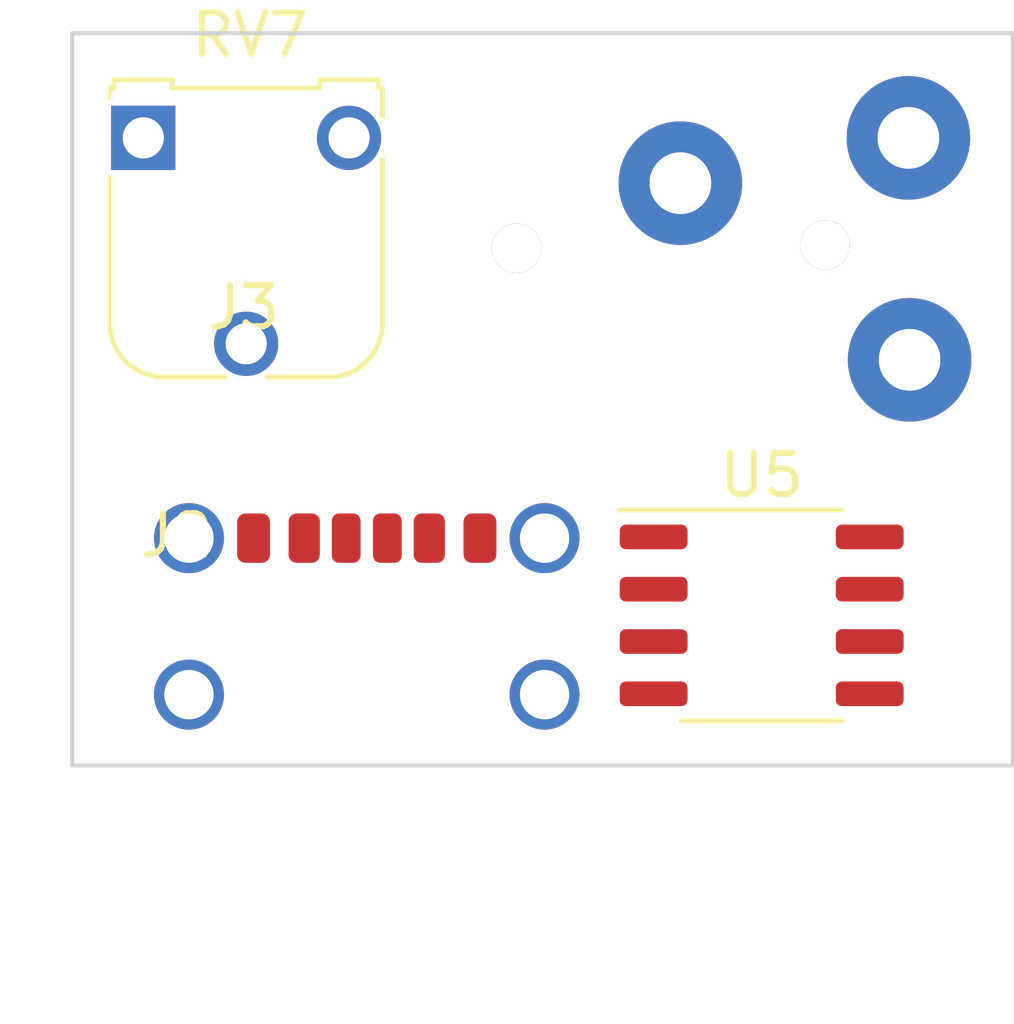
<source format=kicad_pcb>
(kicad_pcb (version 20211014) (generator pcbnew)
  (layers (0 "F.Cu" mixed) (31 "B.Cu" power) (34 "B.Paste" user) (35 "F.Paste" user) (36 "B.SilkS" user "B.Silkscreen") (37 "F.SilkS" user "F.Silkscreen") (38 "B.Mask" user) (39 "F.Mask" user) (44 "Edge.Cuts" user))
  (net 0 "")
  (net 1 "GND")
  (net 2 "+5V")
  (net 5 "Net-(RV7-Pad1)")
  (net 6 "audio_lefT")
  (net 7 "audio_in_L")
  (footprint "Potentiometer_THT:Potentiometer_Runtron_RM-065_Vertical" (layer "F.Cu") (at 197.31 60.96)
    (fp_text reference "RV7" (at 2.6 -2.5) (layer "F.SilkS"))
    (fp_text value "2k2")
    (fp_line (start 5.71 -1.41) (end 5.71 -1.21) (layer "F.SilkS") (width 0.12))
    (fp_line (start -0.81 4.5) (end -0.81 0.96) (layer "F.SilkS") (width 0.12))
    (fp_line (start -0.71 -1.21) (end -0.81 -1.21) (layer "F.SilkS") (width 0.12))
    (fp_line (start 4.5 5.81) (end 3.01 5.81) (layer "F.SilkS") (width 0.12))
    (fp_line (start 5.71 -1.21) (end 5.81 -1.21) (layer "F.SilkS") (width 0.12))
    (fp_line (start 5.81 -1.21) (end 5.81 -0.52) (layer "F.SilkS") (width 0.12))
    (fp_line (start 4.29 -1.21) (end 4.29 -1.41) (layer "F.SilkS") (width 0.12))
    (fp_line (start -0.71 -1.41) (end 0.71 -1.41) (layer "F.SilkS") (width 0.12))
    (fp_line (start 4.29 -1.41) (end 5.71 -1.41) (layer "F.SilkS") (width 0.12))
    (fp_line (start -0.71 -1.41) (end -0.71 -1.21) (layer "F.SilkS") (width 0.12))
    (fp_line (start -0.81 -1.21) (end -0.81 -0.96) (layer "F.SilkS") (width 0.12))
    (fp_line (start 0.71 -1.21) (end 4.29 -1.21) (layer "F.SilkS") (width 0.12))
    (fp_line (start 1.99 5.81) (end 0.5 5.81) (layer "F.SilkS") (width 0.12))
    (fp_line (start 0.71 -1.21) (end 0.71 -1.41) (layer "F.SilkS") (width 0.12))
    (fp_line (start 5.81 0.52) (end 5.81 4.5) (layer "F.SilkS") (width 0.12))
    (fp_arc (start 0.5 5.81) (mid -0.42631 5.42631) (end -0.81 4.5) (layer "F.SilkS") (width 0.12))
    (fp_arc (start 5.81 4.5) (mid 5.42631 5.42631) (end 4.5 5.81) (layer "F.SilkS") (width 0.12))
    (pad "1" thru_hole rect (at 0 0) (size 1.56 1.56) (drill 1) (layers *.Cu *.Mask) (net 5 "Net-(RV7-Pad1)"))
    (pad "2" thru_hole circle (at 2.5 5) (size 1.56 1.56) (drill 1) (layers *.Cu *.Mask) (net 6 "audio_lefT"))
    (pad "3" thru_hole circle (at 5 0) (size 1.56 1.56) (drill 1) (layers *.Cu *.Mask) (net 1 "GND"))
  )
  (footprint "audio_footprint:usb_footprint" (layer "F.Cu") (at 203.059995 70.679996)
    (fp_text reference "J3" (at -3.31 -5.6 unlocked) (layer "F.SilkS"))
    (fp_text value "USB_C_Receptacle")
    (pad "A5" smd roundrect (at -0.82 0 90) (size 1.2 0.7) (layers "F.Cu" "F.Paste" "F.Mask"))
    (pad "A9" smd roundrect (at 1.2 0 90) (size 1.2 0.76) (layers "F.Cu" "F.Paste" "F.Mask") (net 2 "+5V"))
    (pad "A12" smd roundrect (at 2.43 0 90) (size 1.2 0.8) (layers "F.Cu" "F.Paste" "F.Mask") (net 1 "GND"))
    (pad "B5" smd roundrect (at 0.18 0 90) (size 1.2 0.7) (layers "F.Cu" "F.Paste" "F.Mask"))
    (pad "B9" smd roundrect (at -1.84 0 90) (size 1.2 0.76) (layers "F.Cu" "F.Paste" "F.Mask") (net 2 "+5V"))
    (pad "B12" smd roundrect (at -3.07 0 90) (size 1.2 0.8) (layers "F.Cu" "F.Paste" "F.Mask") (net 1 "GND"))
    (pad "S1" thru_hole circle (at 4 3.8 90) (size 1.7 1.7) (drill 1.2) (layers *.Cu *.Mask) (net 1 "GND"))
    (pad "S1" thru_hole circle (at -4.64 0 90) (size 1.7 1.7) (drill 1.2) (layers *.Cu *.Mask) (net 1 "GND"))
    (pad "S1" thru_hole circle (at 4 0 90) (size 1.7 1.7) (drill 1.2) (layers *.Cu *.Mask) (net 1 "GND"))
    (pad "S1" thru_hole circle (at -4.64 3.8 90) (size 1.7 1.7) (drill 1.2) (layers *.Cu *.Mask) (net 1 "GND"))
  )
  (footprint "audio_footprint:audio_jack" (layer "F.Cu") (at 198.12 71.12)
    (fp_text reference "J2" (at 0 -0.5 unlocked) (layer "F.SilkS"))
    (fp_text value "AudioJack3")
    (pad "1" thru_hole circle (at 17.78 -10.16) (size 3 3) (drill 1.5) (layers *.Cu *.Mask))
    (pad "2" thru_hole circle (at 17.81 -4.77) (size 3 3) (drill 1.5) (layers *.Cu *.Mask))
    (pad "3" thru_hole circle (at 12.24 -9.06 90) (size 3 3) (drill 1.5) (layers *.Cu *.Mask))
    (pad "4" thru_hole circle (at 15.76 -7.56 90) (size 1.2 1.2) (drill 1.2) (layers *.Cu *.Mask))
    (pad "5" thru_hole circle (at 8.26 -7.48 90) (size 1.2 1.2) (drill 1.2) (layers *.Cu *.Mask))
  )
  (footprint "Package_SO:SOP-8_3.9x4.9mm_P1.27mm" (layer "F.Cu") (at 212.335 72.555)
    (fp_text reference "U5" (at 0 -3.4) (layer "F.SilkS"))
    (fp_text value "LF353DR")
    (fp_line (start 0 2.56) (end -1.95 2.56) (layer "F.SilkS") (width 0.12))
    (fp_line (start 0 -2.56) (end 1.95 -2.56) (layer "F.SilkS") (width 0.12))
    (fp_line (start 0 -2.56) (end -3.45 -2.56) (layer "F.SilkS") (width 0.12))
    (fp_line (start 0 2.56) (end 1.95 2.56) (layer "F.SilkS") (width 0.12))
    (pad "1" smd roundrect (at -2.625 -1.905) (size 1.65 0.6) (layers "F.Cu" "F.Paste" "F.Mask") (net 6 "audio_lefT"))
    (pad "2" smd roundrect (at -2.625 -0.635) (size 1.65 0.6) (layers "F.Cu" "F.Paste" "F.Mask") (net 5 "Net-(RV7-Pad1)"))
    (pad "3" smd roundrect (at -2.625 0.635) (size 1.65 0.6) (layers "F.Cu" "F.Paste" "F.Mask") (net 7 "audio_in_L"))
    (pad "4" smd roundrect (at -2.625 1.905) (size 1.65 0.6) (layers "F.Cu" "F.Paste" "F.Mask"))
    (pad "5" smd roundrect (at 2.625 1.905) (size 1.65 0.6) (layers "F.Cu" "F.Paste" "F.Mask"))
    (pad "6" smd roundrect (at 2.625 0.635) (size 1.65 0.6) (layers "F.Cu" "F.Paste" "F.Mask"))
    (pad "7" smd roundrect (at 2.625 -0.635) (size 1.65 0.6) (layers "F.Cu" "F.Paste" "F.Mask"))
    (pad "8" smd roundrect (at 2.625 -1.905) (size 1.65 0.6) (layers "F.Cu" "F.Paste" "F.Mask"))
  )
  (gr_rect (start 218.44 76.2) (end 195.58 58.42) (layer "Edge.Cuts") (width 0.1) (fill none))
)
</source>
